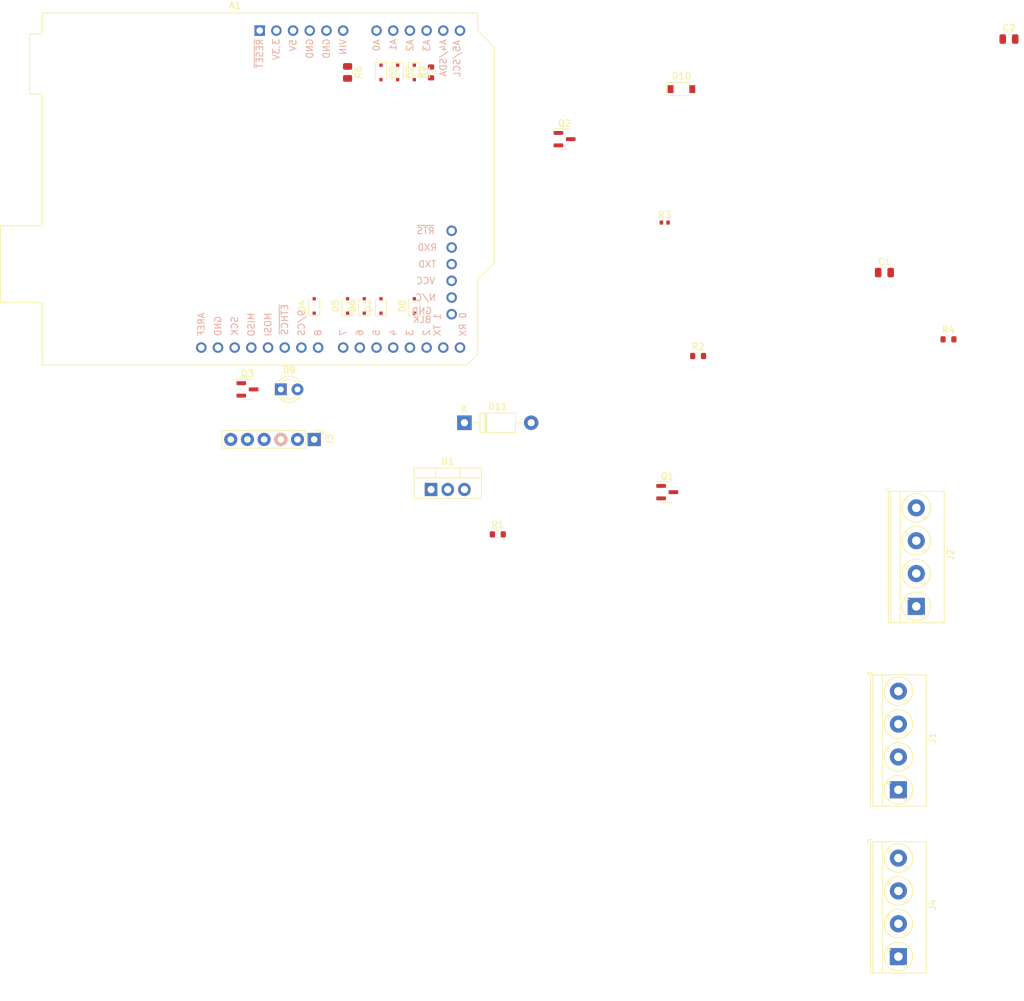
<source format=kicad_pcb>
(kicad_pcb (version 20211014) (generator pcbnew)
  (title_block (title "Energimåling") (date "2022-02-24"))
  (layers (0 "F.Cu" signal) (31 "B.Cu" signal) (34 "B.Paste" user) (35 "F.Paste" user) (36 "B.SilkS" user "B.Silkscreen") (37 "F.SilkS" user "F.Silkscreen") (38 "B.Mask" user) (39 "F.Mask" user) (44 "Edge.Cuts" user))
  (net 0 "")
  (net 3 "Net-(A1-Pad3)")
  (net 4 "GND")
  (net 5 "Net-(A1-Pad6)")
  (net 6 "Net-(A1-Pad7)")
  (net 7 "Net-(A1-Pad8)")
  (net 8 "Net-(A1-Pad9)")
  (net 9 "Net-(A1-Pad10)")
  (net 14 "Net-(A1-Pad15)")
  (net 15 "Net-(A1-Pad16)")
  (net 17 "Net-(A1-Pad18)")
  (net 18 "Net-(A1-Pad19)")
  (net 19 "Net-(A1-Pad20)")
  (net 20 "Net-(A1-Pad21)")
  (net 27 "Net-(A1-Pad30)")
  (net 28 "VCC")
  (net 29 "Net-(A1-Pad32)")
  (net 30 "Net-(A1-Pad34)")
  (net 31 "GND1")
  (net 32 "+24V")
  (net 33 "Net-(D1-Pad2)")
  (net 34 "Net-(D9-Pad1)")
  (net 35 "Net-(D9-Pad2)")
  (net 36 "Net-(D11-Pad2)")
  (net 39 "Net-(Q1-Pad1)")
  (net 40 "Net-(Q1-Pad3)")
  (net 41 "Net-(Q2-Pad1)")
  (net 42 "Net-(Q3-Pad1)")
  (net 43 "Net-(A1-Pad33)")
  (footprint "Package_TO_SOT_THT:TO-220-3_Vertical" (layer "F.Cu") (at 121.92 88.9)
    (fp_text reference "U1" (at 2.54 -4.27) (layer "F.SilkS"))
    (fp_text value "L78S05CV")
    (fp_line (start 0.69 -3.27) (end 0.69 -1.76) (layer "F.SilkS") (width 0.12))
    (fp_line (start -2.58 1.371) (end 7.66 1.371) (layer "F.SilkS") (width 0.12))
    (fp_line (start 4.391 -3.27) (end 4.391 -1.76) (layer "F.SilkS") (width 0.12))
    (fp_line (start -2.58 -1.76) (end 7.66 -1.76) (layer "F.SilkS") (width 0.12))
    (fp_line (start 7.66 -3.27) (end 7.66 1.371) (layer "F.SilkS") (width 0.12))
    (fp_line (start -2.58 -3.27) (end 7.66 -3.27) (layer "F.SilkS") (width 0.12))
    (fp_line (start -2.58 -3.27) (end -2.58 1.371) (layer "F.SilkS") (width 0.12))
    (pad "1" thru_hole rect locked (at 0 0) (size 1.905 2) (drill 1.1) (layers *.Cu *.Mask) (net 32 "+24V"))
    (pad "2" thru_hole oval locked (at 2.54 0) (size 1.905 2) (drill 1.1) (layers *.Cu *.Mask) (net 31 "GND1"))
    (pad "3" thru_hole oval locked (at 5.08 0) (size 1.905 2) (drill 1.1) (layers *.Cu *.Mask) (net 5 "Net-(A1-Pad6)"))
  )
  (footprint "Diode_SMD:D_SOD-323F" (layer "F.Cu") (at 114.3 25.4 -90)
    (fp_text reference "D3" (at 0 -1.85 90) (layer "F.SilkS"))
    (fp_text value "1N4148WS")
    (fp_line (start -1.5 0.85) (end 1.05 0.85) (layer "F.SilkS") (width 0.12))
    (fp_line (start -1.5 -0.85) (end 1.05 -0.85) (layer "F.SilkS") (width 0.12))
    (fp_line (start -1.5 -0.85) (end -1.5 0.85) (layer "F.SilkS") (width 0.12))
    (pad "1" smd rect locked (at -1.1 0 270) (size 0.5 0.5) (layers "F.Cu" "F.Paste" "F.Mask") (net 6 "Net-(A1-Pad7)"))
    (pad "2" smd rect locked (at 1.1 0 270) (size 0.5 0.5) (layers "F.Cu" "F.Paste" "F.Mask") (net 33 "Net-(D1-Pad2)"))
  )
  (footprint "Local_Connectors:PinHeader_1x06_P_0,1in_Vertical" (layer "F.Cu") (at 104.14 81.28 -90)
    (fp_text reference "J3" (at 0 -2.33 90) (layer "F.SilkS"))
    (fp_text value "Conn_01x06_Male")
    (fp_line (start -1.33 -1.33) (end 0 -1.33) (layer "F.SilkS") (width 0.12))
    (fp_line (start -1.33 1.27) (end -1.33 14.03) (layer "F.SilkS") (width 0.12))
    (fp_line (start -1.33 0) (end -1.33 -1.33) (layer "F.SilkS") (width 0.12))
    (fp_line (start -1.33 1.27) (end 1.33 1.27) (layer "F.SilkS") (width 0.12))
    (fp_line (start 1.33 1.27) (end 1.33 14.03) (layer "F.SilkS") (width 0.12))
    (fp_line (start -1.33 14.03) (end 1.33 14.03) (layer "F.SilkS") (width 0.12))
    (pad "1" thru_hole rect (at 0 0 270) (size 2 2) (drill 1) (layers *.Cu *.Mask) (net 4 "GND"))
    (pad "2" thru_hole oval (at 0 2.54 270) (size 2 2) (drill 1) (layers *.Cu *.Mask) (net 27 "Net-(A1-Pad30)"))
    (pad "3" thru_hole oval (at 0 5.08 270) (size 2 2) (drill 1) (layers *.Cu *.Mask "B.SilkS") (net 28 "VCC"))
    (pad "4" thru_hole oval (at 0 7.62 270) (size 2 2) (drill 1) (layers *.Cu *.Mask) (net 29 "Net-(A1-Pad32)"))
    (pad "5" thru_hole oval (at 0 10.16 270) (size 2 2) (drill 1) (layers *.Cu *.Mask) (net 43 "Net-(A1-Pad33)"))
    (pad "6" thru_hole oval (at 0 12.7 270) (size 2 2) (drill 1) (layers *.Cu *.Mask) (net 30 "Net-(A1-Pad34)"))
  )
  (footprint "Diode_SMD:D_SOD-323F" (layer "F.Cu") (at 111.76 60.96 90)
    (fp_text reference "D6" (at 0 -1.85 90) (layer "F.SilkS"))
    (fp_text value "1N4148WS")
    (fp_line (start -1.5 -0.85) (end 1.05 -0.85) (layer "F.SilkS") (width 0.12))
    (fp_line (start -1.5 -0.85) (end -1.5 0.85) (layer "F.SilkS") (width 0.12))
    (fp_line (start -1.5 0.85) (end 1.05 0.85) (layer "F.SilkS") (width 0.12))
    (pad "1" smd rect locked (at -1.1 0 90) (size 0.5 0.5) (layers "F.Cu" "F.Paste" "F.Mask") (net 18 "Net-(A1-Pad19)"))
    (pad "2" smd rect locked (at 1.1 0 90) (size 0.5 0.5) (layers "F.Cu" "F.Paste" "F.Mask") (net 33 "Net-(D1-Pad2)"))
  )
  (footprint "Capacitor_SMD:C_0805_2012Metric" (layer "F.Cu") (at 190.915 55.875)
    (fp_text reference "C1" (at 0 -1.68) (layer "F.SilkS"))
    (fp_text value "330nf")
    (fp_line (start -0.261252 -0.735) (end 0.261252 -0.735) (layer "F.SilkS") (width 0.12))
    (fp_line (start -0.261252 0.735) (end 0.261252 0.735) (layer "F.SilkS") (width 0.12))
    (pad "1" smd roundrect locked (at -0.95 0) (size 1 1.45) (layers "F.Cu" "F.Paste" "F.Mask") (net 5 "Net-(A1-Pad6)"))
    (pad "2" smd roundrect locked (at 0.95 0) (size 1 1.45) (layers "F.Cu" "F.Paste" "F.Mask") (net 31 "GND1"))
  )
  (footprint "Resistor_SMD:R_0603_1608Metric" (layer "F.Cu") (at 200.66 66.04)
    (fp_text reference "R4" (at 0 -1.43) (layer "F.SilkS"))
    (fp_text value "R180K_0.1W")
    (fp_line (start -0.237258 0.5225) (end 0.237258 0.5225) (layer "F.SilkS") (width 0.12))
    (fp_line (start -0.237258 -0.5225) (end 0.237258 -0.5225) (layer "F.SilkS") (width 0.12))
    (pad "1" smd roundrect locked (at -0.825 0) (size 0.8 0.95) (layers "F.Cu" "F.Paste" "F.Mask") (net 40 "Net-(Q1-Pad3)"))
    (pad "2" smd roundrect locked (at 0.825 0) (size 0.8 0.95) (layers "F.Cu" "F.Paste" "F.Mask") (net 41 "Net-(Q2-Pad1)"))
  )
  (footprint "Local_Connectors:TerminalBlock_PT-1,5-4-5.0-H_1x04_P5.00mm_Horizontal-(Frontside-Mount)" (layer "F.Cu") (at 193.04 160.02 90)
    (fp_text reference "J4" (at 7.88 5.21 90) (layer "F.SilkS"))
    (fp_text value "Screw_Terminal_01x04")
    (fp_line (start 5.998 -1.152) (end 6.393 -1.548) (layer "F.SilkS") (width 0.12))
    (fp_line (start -2.5 4.25) (end -2.5 -4.25) (layer "F.SilkS") (width 0.12))
    (fp_line (start 8.123 1.154) (end 8.477 0.826) (layer "F.SilkS") (width 0.12))
    (fp_line (start 3.36 1.48) (end 3.74 1.1) (layer "F.SilkS") (width 0.12))
    (fp_line (start 0.747 -1.434) (end 1.127 -1.814) (layer "F.SilkS") (width 0.12))
    (fp_line (start 17.5 -2.44) (end -2.5 -2.44) (layer "F.SilkS") (width 0.12))
    (fp_line (start -1.62 1.43) (end -1.24 1.05) (layer "F.SilkS") (width 0.12))
    (fp_line (start 17.5 4.25) (end -2.5 4.25) (layer "F.SilkS") (width 0.12))
    (fp_line (start 5.747 -1.434) (end 6.127 -1.814) (layer "F.SilkS") (width 0.12))
    (fp_line (start 10.747 -1.434) (end 11.127 -1.814) (layer "F.SilkS") (width 0.12))
    (fp_line (start 15.81 -1.38) (end 16.19 -1.76) (layer "F.SilkS") (width 0.12))
    (fp_line (start 3.125 1.186) (end 3.52 0.79) (layer "F.SilkS") (width 0.12))
    (fp_line (start 13.49 1.49) (end 13.87 1.11) (layer "F.SilkS") (width 0.12))
    (fp_line (start 17.5 -3.88) (end -2.5 -3.88) (layer "F.SilkS") (width 0.12))
    (fp_line (start 17.84 -4.62) (end 17.44 -4.62) (layer "F.SilkS") (width 0.12))
    (fp_line (start -1.7875 1.148) (end -1.3925 0.752) (layer "F.SilkS") (width 0.12))
    (fp_line (start 10.998 -1.152) (end 11.393 -1.548) (layer "F.SilkS") (width 0.12))
    (fp_line (start 16.1325 -1.132) (end 16.5275 -1.528) (layer "F.SilkS") (width 0.12))
    (fp_line (start 0.998 -1.152) (end 1.393 -1.548) (layer "F.SilkS") (width 0.12))
    (fp_line (start 17.84 -3.98) (end 17.84 -4.62) (layer "F.SilkS") (width 0.12))
    (fp_line (start 17.5 -4.25) (end -2.5 -4.25) (layer "F.SilkS") (width 0.12))
    (fp_line (start 8.45 1.43) (end 8.83 1.05) (layer "F.SilkS") (width 0.12))
    (fp_line (start 17.5 4.25) (end 17.5 -4.25) (layer "F.SilkS") (width 0.12))
    (fp_line (start 13.2525 1.238) (end 13.6475 0.842) (layer "F.SilkS") (width 0.12))
    (fp_circle (center 15 0) (end 17.18 0) (layer "F.SilkS") (width 0.12) (fill none))
    (fp_circle (center 0 0) (end 2.18 0) (layer "F.SilkS") (width 0.12) (fill none))
    (fp_circle (center 5 0) (end 7.18 0) (layer "F.SilkS") (width 0.12) (fill none))
    (fp_circle (center 10 0) (end 12.18 0) (layer "F.SilkS") (width 0.12) (fill none))
    (pad "1" thru_hole rect (at 0 0 90) (size 2.6 2.6) (drill 1.3) (layers *.Cu *.Mask) (net 36 "Net-(D11-Pad2)"))
    (pad "2" thru_hole circle (at 5 0 90) (size 2.6 2.6) (drill 1.3) (layers *.Cu *.Mask) (net 4 "GND"))
    (pad "3" thru_hole circle (at 10 0 90) (size 2.6 2.6) (drill 1.3) (layers *.Cu *.Mask))
    (pad "4" thru_hole circle (at 15 0 90) (size 2.6 2.6) (drill 1.3) (layers *.Cu *.Mask))
  )
  (footprint "Diode_SMD:D_SOD-323F" (layer "F.Cu") (at 109.22 60.96 90)
    (fp_text reference "D5" (at 0 -1.85 90) (layer "F.SilkS"))
    (fp_text value "1N4148WS")
    (fp_line (start -1.5 -0.85) (end -1.5 0.85) (layer "F.SilkS") (width 0.12))
    (fp_line (start -1.5 -0.85) (end 1.05 -0.85) (layer "F.SilkS") (width 0.12))
    (fp_line (start -1.5 0.85) (end 1.05 0.85) (layer "F.SilkS") (width 0.12))
    (pad "1" smd rect locked (at -1.1 0 90) (size 0.5 0.5) (layers "F.Cu" "F.Paste" "F.Mask") (net 19 "Net-(A1-Pad20)"))
    (pad "2" smd rect locked (at 1.1 0 90) (size 0.5 0.5) (layers "F.Cu" "F.Paste" "F.Mask") (net 33 "Net-(D1-Pad2)"))
  )
  (footprint "Package_TO_SOT_SMD:SOT-23" (layer "F.Cu") (at 157.865 89.305)
    (fp_text reference "Q1" (at 0 -2.4) (layer "F.SilkS"))
    (fp_text value "S8550_SOT23")
    (fp_line (start 0 -1.56) (end 0.65 -1.56) (layer "F.SilkS") (width 0.12))
    (fp_line (start 0 1.56) (end 0.65 1.56) (layer "F.SilkS") (width 0.12))
    (fp_line (start 0 1.56) (end -0.65 1.56) (layer "F.SilkS") (width 0.12))
    (fp_line (start 0 -1.56) (end -1.675 -1.56) (layer "F.SilkS") (width 0.12))
    (pad "1" smd roundrect locked (at -0.9375 -0.95) (size 1.475 0.6) (layers "F.Cu" "F.Paste" "F.Mask") (net 39 "Net-(Q1-Pad1)"))
    (pad "2" smd roundrect locked (at -0.9375 0.95) (size 1.475 0.6) (layers "F.Cu" "F.Paste" "F.Mask") (net 3 "Net-(A1-Pad3)"))
    (pad "3" smd roundrect locked (at 0.9375 0) (size 1.475 0.6) (layers "F.Cu" "F.Paste" "F.Mask") (net 40 "Net-(Q1-Pad3)"))
  )
  (footprint "Resistor_SMD:R_0805_2012Metric" (layer "F.Cu") (at 109.22 25.4 -90)
    (fp_text reference "R6" (at 0 -1.65 90) (layer "F.SilkS"))
    (fp_text value "R220_0.125W")
    (fp_line (start -0.227064 0.735) (end 0.227064 0.735) (layer "F.SilkS") (width 0.12))
    (fp_line (start -0.227064 -0.735) (end 0.227064 -0.735) (layer "F.SilkS") (width 0.12))
    (pad "1" smd roundrect locked (at -0.9125 0 270) (size 1.025 1.4) (layers "F.Cu" "F.Paste" "F.Mask") (roundrect_rratio 0.243902) (net 5 "Net-(A1-Pad6)"))
    (pad "2" smd roundrect locked (at 0.9125 0 270) (size 1.025 1.4) (layers "F.Cu" "F.Paste" "F.Mask") (roundrect_rratio 0.243902) (net 35 "Net-(D9-Pad2)"))
  )
  (footprint "Diode_THT:D_DO-41_SOD81_P10.16mm_Horizontal" (layer "F.Cu") (at 127 78.74)
    (fp_text reference "D11" (at 5.08 -2.47) (layer "F.SilkS"))
    (fp_text value "1N4004")
    (fp_text user "K" (at 0 -2.1) (layer "F.SilkS"))
    (fp_line (start 7.8 1.47) (end 7.8 -1.47) (layer "F.SilkS") (width 0.12))
    (fp_line (start 7.8 -1.47) (end 2.36 -1.47) (layer "F.SilkS") (width 0.12))
    (fp_line (start 3.38 -1.47) (end 3.38 1.47) (layer "F.SilkS") (width 0.12))
    (fp_line (start 2.36 -1.47) (end 2.36 1.47) (layer "F.SilkS") (width 0.12))
    (fp_line (start 3.26 -1.47) (end 3.26 1.47) (layer "F.SilkS") (width 0.12))
    (fp_line (start 8.82 0) (end 7.8 0) (layer "F.SilkS") (width 0.12))
    (fp_line (start 2.36 1.47) (end 7.8 1.47) (layer "F.SilkS") (width 0.12))
    (fp_line (start 3.14 -1.47) (end 3.14 1.47) (layer "F.SilkS") (width 0.12))
    (fp_line (start 1.34 0) (end 2.36 0) (layer "F.SilkS") (width 0.12))
    (pad "1" thru_hole rect locked (at 0 0) (size 2.2 2.2) (drill 1.1) (layers *.Cu *.Mask) (net 32 "+24V"))
    (pad "2" thru_hole oval locked (at 10.16 0) (size 2.2 2.2) (drill 1.1) (layers *.Cu *.Mask) (net 36 "Net-(D11-Pad2)"))
  )
  (footprint "Diode_SMD:D_SOD-323F" (layer "F.Cu") (at 114.3 60.96 90)
    (fp_text reference "D7" (at 0 -1.85 90) (layer "F.SilkS"))
    (fp_text value "1N4148WS")
    (fp_line (start -1.5 -0.85) (end -1.5 0.85) (layer "F.SilkS") (width 0.12))
    (fp_line (start -1.5 0.85) (end 1.05 0.85) (layer "F.SilkS") (width 0.12))
    (fp_line (start -1.5 -0.85) (end 1.05 -0.85) (layer "F.SilkS") (width 0.12))
    (pad "1" smd rect locked (at -1.1 0 90) (size 0.5 0.5) (layers "F.Cu" "F.Paste" "F.Mask") (net 17 "Net-(A1-Pad18)"))
    (pad "2" smd rect locked (at 1.1 0 90) (size 0.5 0.5) (layers "F.Cu" "F.Paste" "F.Mask") (net 33 "Net-(D1-Pad2)"))
  )
  (footprint "Local_MCU_Module_Library:Arduino_Ethernet_WithMountingHoles" (layer "F.Cu") (at 95.845 19.0325)
    (fp_text reference "A1" (at -3.77 -3.81 180) (layer "F.SilkS"))
    (fp_text value "Arduino_Ethernet")
    (fp_text user "A3" (at 25.4 2.25 90 unlocked) (layer "B.SilkS") (effects (justify mirror)))
    (fp_text user "9/CS" (at 6.35 44.5 90 unlocked) (layer "B.SilkS") (effects (justify mirror)))
    (fp_text user "4" (at 20.32 46 90 unlocked) (layer "B.SilkS") (effects (justify mirror)))
    (fp_text user "3" (at 22.86 46 90 unlocked) (layer "B.SilkS") (effects (justify mirror)))
    (fp_text user "A5/SCL" (at 30 4.25 90 unlocked) (layer "B.SilkS") (effects (justify mirror)))
    (fp_text user "N/C" (at 25.25 40.64 unlocked) (layer "B.SilkS") (effects (justify mirror)))
    (fp_text user "5V" (at 5.08 2.25 90 unlocked) (layer "B.SilkS") (effects (justify mirror)))
    (fp_text user "GND " (at 24.3 42.7 unlocked) (layer "B.SilkS") (effects (justify mirror)))
    (fp_text user "8" (at 8.89 46 90 unlocked) (layer "B.SilkS") (effects (justify mirror)))
    (fp_text user "0 RX" (at 30.92 44.72 90 unlocked) (layer "B.SilkS") (effects (justify mirror)))
    (fp_text user "1 TX" (at 27.04 44.78 90 unlocked) (layer "B.SilkS") (effects (justify mirror)))
    (fp_text user "6" (at 15.24 46 90 unlocked) (layer "B.SilkS") (effects (justify mirror)))
    (fp_text user "MOSI" (at 1.27 44.75 90 unlocked) (layer "B.SilkS") (effects (justify mirror)))
    (fp_text user "VIN" (at 12.7 2.5 90 unlocked) (layer "B.SilkS") (effects (justify mirror)))
    (fp_text user "5" (at 17.78 46 90 unlocked) (layer "B.SilkS") (effects (justify mirror)))
    (fp_text user "A0" (at 17.78 2.23 90 unlocked) (layer "B.SilkS") (effects (justify mirror)))
    (fp_text user "SCK" (at -3.81 45 90 unlocked) (layer "B.SilkS") (effects (justify mirror)))
    (fp_text user "~{RTS}" (at 25.25 30.48 unlocked) (layer "B.SilkS") (effects (justify mirror)))
    (fp_text user "~{ETHCS}" (at 3.81 44 90 unlocked) (layer "B.SilkS") (effects (justify mirror)))
    (fp_text user "GND" (at 7.62 2.75 90 unlocked) (layer "B.SilkS") (effects (justify mirror)))
    (fp_text user "AREF" (at -8.89 44.75 90 unlocked) (layer "B.SilkS") (effects (justify mirror)))
    (fp_text user "~{RESET}" (at 0 3.5 90 unlocked) (layer "B.SilkS") (effects (justify mirror)))
    (fp_text user "3,3V" (at 2.51 2.86 90 unlocked) (layer "B.SilkS") (effects (justify mirror)))
    (fp_text user "MISO" (at -1.27 44.75 90 unlocked) (layer "B.SilkS") (effects (justify mirror)))
    (fp_text user "TXD" (at 25.5 35.56 unlocked) (layer "B.SilkS") (effects (justify mirror)))
    (fp_text user "2" (at 25.4 46 90 unlocked) (layer "B.SilkS") (effects (justify mirror)))
    (fp_text user "VCC" (at 25.25 38.1 unlocked) (layer "B.SilkS") (effects (justify mirror)))
    (fp_text user "RXD" (at 25.5 33.02 unlocked) (layer "B.SilkS") (effects (justify mirror)))
    (fp_text user "GND" (at -6.35 45 90 unlocked) (layer "B.SilkS") (effects (justify mirror)))
    (fp_text user "A1" (at 20.32 2.18 90 unlocked) (layer "B.SilkS") (effects (justify mirror)))
    (fp_text user "A4/SDA" (at 27.94 4.15 90 unlocked) (layer "B.SilkS") (effects (justify mirror)))
    (fp_text user "BLK" (at 24.7 44 unlocked) (layer "B.SilkS") (effects (justify mirror)))
    (fp_text user "7" (at 12.7 46 90 unlocked) (layer "B.SilkS") (effects (justify mirror)))
    (fp_text user "GND" (at 10.16 2.75 90 unlocked) (layer "B.SilkS") (effects (justify mirror)))
    (fp_text user "A2" (at 22.86 2.25 90 unlocked) (layer "B.SilkS") (effects (justify mirror)))
    (fp_line (start -35.01 9.65) (end -33.11 9.65) (layer "F.SilkS") (width 0.12))
    (fp_line (start -33.11 0.51) (end -35.01 0.51) (layer "F.SilkS") (width 0.12))
    (fp_line (start -39.46 29.72) (end -39.46 41.4) (layer "F.SilkS") (width 0.12))
    (fp_line (start 33.19 49.28) (end 33.19 37.85) (layer "F.SilkS") (width 0.12))
    (fp_line (start 31.54 50.93) (end 33.19 49.28) (layer "F.SilkS") (width 0.12))
    (fp_line (start -35.01 0.51) (end -35.01 9.65) (layer "F.SilkS") (width 0.12))
    (fp_line (start -33.11 50.93) (end 31.54 50.93) (layer "F.SilkS") (width 0.12))
    (fp_line (start -39.46 41.4) (end -33.11 41.4) (layer "F.SilkS") (width 0.12))
    (fp_line (start -33.11 -2.67) (end -33.11 0.51) (layer "F.SilkS") (width 0.12))
    (fp_line (start -33.11 41.4) (end -33.11 50.93) (layer "F.SilkS") (width 0.12))
    (fp_line (start -33.11 9.65) (end -33.11 29.72) (layer "F.SilkS") (width 0.12))
    (fp_line (start 33.19 0) (end 33.19 -2.67) (layer "F.SilkS") (width 0.12))
    (fp_line (start 35.73 35.31) (end 35.73 2.54) (layer "F.SilkS") (width 0.12))
    (fp_line (start 35.73 2.54) (end 33.19 0) (layer "F.SilkS") (width 0.12))
    (fp_line (start -33.11 29.72) (end -39.46 29.72) (layer "F.SilkS") (width 0.12))
    (fp_line (start 33.19 37.85) (end 35.73 35.31) (layer "F.SilkS") (width 0.12))
    (fp_line (start 33.19 -2.67) (end -33.11 -2.67) (layer "F.SilkS") (width 0.12))
    (pad "" np_thru_hole circle (at -19.05 0 90) (size 3.2 3.2) (drill 3.2) (layers F&B.Cu *.Mask))
    (pad "" np_thru_hole circle (at 33.02 33.02 90) (size 3.2 3.2) (drill 3.2) (layers F&B.Cu *.Mask))
    (pad "" np_thru_hole circle (at -17.78 48.26 90) (size 3.2 3.2) (drill 3.2) (layers F&B.Cu *.Mask))
    (pad "" np_thru_hole circle (at 33.02 5.08 90) (size 3.2 3.2) (drill 3.2) (layers F&B.Cu *.Mask))
    (pad "1" thru_hole rect (at 0 0 90) (size 1.6 1.6) (drill 1) (layers *.Cu *.Mask))
    (pad "2" thru_hole oval (at 2.54 0 90) (size 1.6 1.6) (drill 1) (layers *.Cu *.Mask))
    (pad "3" thru_hole oval (at 5.08 0 90) (size 1.6 1.6) (drill 1) (layers *.Cu *.Mask) (net 3 "Net-(A1-Pad3)"))
    (pad "4" thru_hole oval (at 7.62 0 90) (size 1.6 1.6) (drill 1) (layers *.Cu *.Mask) (net 4 "GND"))
    (pad "5" thru_hole oval (at 10.16 0 90) (size 1.6 1.6) (drill 1) (layers *.Cu *.Mask) (net 4 "GND"))
    (pad "6" thru_hole oval (at 12.7 0 90) (size 1.6 1.6) (drill 1) (layers *.Cu *.Mask) (net 5 "Net-(A1-Pad6)"))
    (pad "7" thru_hole oval (at 17.78 0 90) (size 1.6 1.6) (drill 1) (layers *.Cu *.Mask) (net 6 "Net-(A1-Pad7)"))
    (pad "8" thru_hole oval (at 20.32 0 90) (size 1.6 1.6) (drill 1) (layers *.Cu *.Mask) (net 7 "Net-(A1-Pad8)"))
    (pad "9" thru_hole oval (at 22.86 0 90) (size 1.6 1.6) (drill 1) (layers *.Cu *.Mask) (net 8 "Net-(A1-Pad9)"))
    (pad "10" thru_hole oval (at 25.4 0 90) (size 1.6 1.6) (drill 1) (layers *.Cu *.Mask) (net 9 "Net-(A1-Pad10)"))
    (pad "11" thru_hole oval (at 27.94 0 90) (size 1.6 1.6) (drill 1) (layers *.Cu *.Mask))
    (pad "12" thru_hole oval (at 30.48 0 90) (size 1.6 1.6) (drill 1) (layers *.Cu *.Mask))
    (pad "13" thru_hole oval (at 30.48 48.26 90) (size 1.6 1.6) (drill 1) (layers *.Cu *.Mask))
    (pad "14" thru_hole oval (at 27.94 48.26 90) (size 1.6 1.6) (drill 1) (layers *.Cu *.Mask))
    (pad "15" thru_hole oval (at 25.4 48.26 90) (size 1.6 1.6) (drill 1) (layers *.Cu *.Mask) (net 14 "Net-(A1-Pad15)"))
    (pad "16" thru_hole oval (at 22.86 48.26 90) (size 1.6 1.6) (drill 1) (layers *.Cu *.Mask) (net 15 "Net-(A1-Pad16)"))
    (pad "17" thru_hole oval (at 20.32 48.26 90) (size 1.6 1.6) (drill 1) (layers *.Cu *.Mask))
    (pad "18" thru_hole oval (at 17.78 48.26 90) (size 1.6 1.6) (drill 1) (layers *.Cu *.Mask) (net 17 "Net-(A1-Pad18)"))
    (pad "19" thru_hole oval (at 15.24 48.26 90) (size 1.6 1.6) (drill 1) (layers *.Cu *.Mask) (net 18 "Net-(A1-Pad19)"))
    (pad "20" thru_hole oval (at 12.7 48.26 90) (size 1.6 1.6) (drill 1) (layers *.Cu *.Mask) (net 19 "Net-(A1-Pad20)"))
    (pad "21" thru_hole oval (at 8.89 48.26 90) (size 1.6 1.6) (drill 1) (layers *.Cu *.Mask) (net 20 "Net-(A1-Pad21)"))
    (pad "22" thru_hole oval (at 6.35 48.26 90) (size 1.6 1.6) (drill 1) (layers *.Cu *.Mask))
    (pad "23" thru_hole oval (at 3.81 48.26 90) (size 1.6 1.6) (drill 1) (layers *.Cu *.Mask))
    (pad "24" thru_hole oval (at 1.27 48.26 90) (size 1.6 1.6) (drill 1) (layers *.Cu *.Mask))
    (pad "25" thru_hole oval (at -1.27 48.26 90) (size 1.6 1.6) (drill 1) (layers *.Cu *.Mask))
    (pad "26" thru_hole oval (at -3.81 48.26 90) (size 1.6 1.6) (drill 1) (layers *.Cu *.Mask))
    (pad "27" thru_hole oval (at -6.35 48.26 90) (size 1.6 1.6) (drill 1) (layers *.Cu *.Mask) (net 4 "GND"))
    (pad "28" thru_hole oval (at -8.89 48.26 90) (size 1.6 1.6) (drill 1) (layers *.Cu *.Mask))
    (pad "29" thru_hole oval (at 29.21 43.18 90) (size 1.6 1.6) (drill 1) (layers *.Cu *.Mask) (net 4 "GND"))
    (pad "30" thru_hole oval (at 29.21 40.64 90) (size 1.6 1.6) (drill 1) (layers *.Cu *.Mask) (net 27 "Net-(A1-Pad30)"))
    (pad "31" thru_hole oval (at 29.21 38.1 90) (size 1.6 1.6) (drill 1) (layers *.Cu *.Mask) (net 28 "VCC"))
    (pad "32" thru_hole oval (at 29.21 35.56 90) (size 1.6 1.6) (drill 1) (layers *.Cu *.Mask) (net 29 "Net-(A1-Pad32)"))
    (pad "34" thru_hole oval (at 29.21 33.02 90) (size 1.6 1.6) (drill 1) (layers *.Cu *.Mask) (net 30 "Net-(A1-Pad34)"))
    (pad "35" thru_hole oval (at 29.21 30.48 90) (size 1.6 1.6) (drill 1) (layers *.Cu *.Mask))
  )
  (footprint "Resistor_SMD:R_0603_1608Metric" (layer "F.Cu") (at 132.08 95.735)
    (fp_text reference "R1" (at 0 -1.43) (layer "F.SilkS"))
    (fp_text value "R10K_0.0625W")
    (fp_line (start -0.237258 -0.5225) (end 0.237258 -0.5225) (layer "F.SilkS") (width 0.12))
    (fp_line (start -0.237258 0.5225) (end 0.237258 0.5225) (layer "F.SilkS") (width 0.12))
    (pad "1" smd roundrect locked (at -0.825 0) (size 0.8 0.95) (layers "F.Cu" "F.Paste" "F.Mask") (net 33 "Net-(D1-Pad2)"))
    (pad "2" smd roundrect locked (at 0.825 0) (size 0.8 0.95) (layers "F.Cu" "F.Paste" "F.Mask") (net 3 "Net-(A1-Pad3)"))
  )
  (footprint "Package_TO_SOT_SMD:SOT-23" (layer "F.Cu") (at 142.24 35.56)
    (fp_text reference "Q2" (at 0 -2.4) (layer "F.SilkS"))
    (fp_text value "S8050_SOT23")
    (fp_line (start 0 1.56) (end 0.65 1.56) (layer "F.SilkS") (width 0.12))
    (fp_line (start 0 -1.56) (end 0.65 -1.56) (layer "F.SilkS") (width 0.12))
    (fp_line (start 0 1.56) (end -0.65 1.56) (layer "F.SilkS") (width 0.12))
    (fp_line (start 0 -1.56) (end -1.675 -1.56) (layer "F.SilkS") (width 0.12))
    (pad "1" smd roundrect locked (at -0.9375 -0.95) (size 1.475 0.6) (layers "F.Cu" "F.Paste" "F.Mask") (net 41 "Net-(Q2-Pad1)"))
    (pad "2" smd roundrect locked (at -0.9375 0.95) (size 1.475 0.6) (layers "F.Cu" "F.Paste" "F.Mask") (net 4 "GND"))
    (pad "3" smd roundrect locked (at 0.9375 0) (size 1.475 0.6) (layers "F.Cu" "F.Paste" "F.Mask") (net 14 "Net-(A1-Pad15)"))
  )
  (footprint "Diode_SMD:D_SOD-323F" (layer "F.Cu") (at 119.38 25.4 -90)
    (fp_text reference "D1" (at 0 -1.85 90) (layer "F.SilkS"))
    (fp_text value "1N4148WS")
    (fp_line (start -1.5 -0.85) (end 1.05 -0.85) (layer "F.SilkS") (width 0.12))
    (fp_line (start -1.5 -0.85) (end -1.5 0.85) (layer "F.SilkS") (width 0.12))
    (fp_line (start -1.5 0.85) (end 1.05 0.85) (layer "F.SilkS") (width 0.12))
    (pad "1" smd rect locked (at -1.1 0 270) (size 0.5 0.5) (layers "F.Cu" "F.Paste" "F.Mask") (net 8 "Net-(A1-Pad9)"))
    (pad "2" smd rect locked (at 1.1 0 270) (size 0.5 0.5) (layers "F.Cu" "F.Paste" "F.Mask") (net 33 "Net-(D1-Pad2)"))
  )
  (footprint "Diode_SMD:D_SOD-323F" (layer "F.Cu") (at 104.14 60.96 90)
    (fp_text reference "D4" (at 0 -1.85 90) (layer "F.SilkS"))
    (fp_text value "1N4148WS")
    (fp_line (start -1.5 0.85) (end 1.05 0.85) (layer "F.SilkS") (width 0.12))
    (fp_line (start -1.5 -0.85) (end 1.05 -0.85) (layer "F.SilkS") (width 0.12))
    (fp_line (start -1.5 -0.85) (end -1.5 0.85) (layer "F.SilkS") (width 0.12))
    (pad "1" smd rect locked (at -1.1 0 90) (size 0.5 0.5) (layers "F.Cu" "F.Paste" "F.Mask") (net 20 "Net-(A1-Pad21)"))
    (pad "2" smd rect locked (at 1.1 0 90) (size 0.5 0.5) (layers "F.Cu" "F.Paste" "F.Mask") (net 33 "Net-(D1-Pad2)"))
  )
  (footprint "Resistor_SMD:R_0402_1005Metric" (layer "F.Cu") (at 157.48 48.26)
    (fp_text reference "R3" (at 0 -1.17) (layer "F.SilkS"))
    (fp_text value "R39K_0.0625W")
    (fp_line (start -0.153641 0.38) (end 0.153641 0.38) (layer "F.SilkS") (width 0.12))
    (fp_line (start -0.153641 -0.38) (end 0.153641 -0.38) (layer "F.SilkS") (width 0.12))
    (pad "1" smd roundrect locked (at -0.51 0) (size 0.54 0.64) (layers "F.Cu" "F.Paste" "F.Mask") (net 41 "Net-(Q2-Pad1)"))
    (pad "2" smd roundrect locked (at 0.51 0) (size 0.54 0.64) (layers "F.Cu" "F.Paste" "F.Mask") (net 4 "GND"))
  )
  (footprint "Local_Connectors:TerminalBlock_PT-1,5-4-5.0-H_1x04_P5.00mm_Horizontal-(Frontside-Mount)" (layer "F.Cu") (at 195.765 106.6975 90)
    (fp_text reference "J2" (at 7.88 5.21 90) (layer "F.SilkS"))
    (fp_text value "Screw_Terminal_01x04")
    (fp_line (start 3.36 1.48) (end 3.74 1.1) (layer "F.SilkS") (width 0.12))
    (fp_line (start 15.81 -1.38) (end 16.19 -1.76) (layer "F.SilkS") (width 0.12))
    (fp_line (start 3.125 1.186) (end 3.52 0.79) (layer "F.SilkS") (width 0.12))
    (fp_line (start 0.998 -1.152) (end 1.393 -1.548) (layer "F.SilkS") (width 0.12))
    (fp_line (start 17.5 -2.44) (end -2.5 -2.44) (layer "F.SilkS") (width 0.12))
    (fp_line (start 13.2525 1.238) (end 13.6475 0.842) (layer "F.SilkS") (width 0.12))
    (fp_line (start -1.7875 1.148) (end -1.3925 0.752) (layer "F.SilkS") (width 0.12))
    (fp_line (start 17.5 4.25) (end -2.5 4.25) (layer "F.SilkS") (width 0.12))
    (fp_line (start 10.747 -1.434) (end 11.127 -1.814) (layer "F.SilkS") (width 0.12))
    (fp_line (start 17.84 -3.98) (end 17.84 -4.62) (layer "F.SilkS") (width 0.12))
    (fp_line (start 17.5 -3.88) (end -2.5 -3.88) (layer "F.SilkS") (width 0.12))
    (fp_line (start 17.84 -4.62) (end 17.44 -4.62) (layer "F.SilkS") (width 0.12))
    (fp_line (start 5.998 -1.152) (end 6.393 -1.548) (layer "F.SilkS") (width 0.12))
    (fp_line (start 17.5 4.25) (end 17.5 -4.25) (layer "F.SilkS") (width 0.12))
    (fp_line (start 5.747 -1.434) (end 6.127 -1.814) (layer "F.SilkS") (width 0.12))
    (fp_line (start -2.5 4.25) (end -2.5 -4.25) (layer "F.SilkS") (width 0.12))
    (fp_line (start 17.5 -4.25) (end -2.5 -4.25) (layer "F.SilkS") (width 0.12))
    (fp_line (start 10.998 -1.152) (end 11.393 -1.548) (layer "F.SilkS") (width 0.12))
    (fp_line (start -1.62 1.43) (end -1.24 1.05) (layer "F.SilkS") (width 0.12))
    (fp_line (start 16.1325 -1.132) (end 16.5275 -1.528) (layer "F.SilkS") (width 0.12))
    (fp_line (start 0.747 -1.434) (end 1.127 -1.814) (layer "F.SilkS") (width 0.12))
    (fp_line (start 13.49 1.49) (end 13.87 1.11) (layer "F.SilkS") (width 0.12))
    (fp_line (start 8.123 1.154) (end 8.477 0.826) (layer "F.SilkS") (width 0.12))
    (fp_line (start 8.45 1.43) (end 8.83 1.05) (layer "F.SilkS") (width 0.12))
    (fp_circle (center 10 0) (end 12.18 0) (layer "F.SilkS") (width 0.12) (fill none))
    (fp_circle (center 0 0) (end 2.18 0) (layer "F.SilkS") (width 0.12) (fill none))
    (fp_circle (center 15 0) (end 17.18 0) (layer "F.SilkS") (width 0.12) (fill none))
    (fp_circle (center 5 0) (end 7.18 0) (layer "F.SilkS") (width 0.12) (fill none))
    (pad "1" thru_hole rect (at 0 0 90) (size 2.6 2.6) (drill 1.3) (layers *.Cu *.Mask) (net 20 "Net-(A1-Pad21)"))
    (pad "2" thru_hole circle (at 5 0 90) (size 2.6 2.6) (drill 1.3) (layers *.Cu *.Mask) (net 6 "Net-(A1-Pad7)"))
    (pad "3" thru_hole circle (at 10 0 90) (size 2.6 2.6) (drill 1.3) (layers *.Cu *.Mask) (net 7 "Net-(A1-Pad8)"))
    (pad "4" thru_hole circle (at 15 0 90) (size 2.6 2.6) (drill 1.3) (layers *.Cu *.Mask) (net 8 "Net-(A1-Pad9)"))
  )
  (footprint "Capacitor_SMD:C_0805_2012Metric" (layer "F.Cu") (at 209.87 20.32)
    (fp_text reference "C2" (at 0 -1.68) (layer "F.SilkS"))
    (fp_text value "100nf")
    (fp_line (start -0.261252 0.735) (end 0.261252 0.735) (layer "F.SilkS") (width 0.12))
    (fp_line (start -0.261252 -0.735) (end 0.261252 -0.735) (layer "F.SilkS") (width 0.12))
    (pad "1" smd roundrect locked (at -0.95 0) (size 1 1.45) (layers "F.Cu" "F.Paste" "F.Mask") (net 32 "+24V"))
    (pad "2" smd roundrect locked (at 0.95 0) (size 1 1.45) (layers "F.Cu" "F.Paste" "F.Mask") (net 31 "GND1"))
  )
  (footprint "Diode_SMD:D_SOD-323F" (layer "F.Cu") (at 116.84 25.4 -90)
    (fp_text reference "D2" (at 0 -1.85 90) (layer "F.SilkS"))
    (fp_text value "1N4148WS")
    (fp_line (start -1.5 -0.85) (end 1.05 -0.85) (layer "F.SilkS") (width 0.12))
    (fp_line (start -1.5 -0.85) (end -1.5 0.85) (layer "F.SilkS") (width 0.12))
    (fp_line (start -1.5 0.85) (end 1.05 0.85) (layer "F.SilkS") (width 0.12))
    (pad "1" smd rect locked (at -1.1 0 270) (size 0.5 0.5) (layers "F.Cu" "F.Paste" "F.Mask") (net 7 "Net-(A1-Pad8)"))
    (pad "2" smd rect locked (at 1.1 0 270) (size 0.5 0.5) (layers "F.Cu" "F.Paste" "F.Mask") (net 33 "Net-(D1-Pad2)"))
  )
  (footprint "Local_Connectors:TerminalBlock_PT-1,5-4-5.0-H_1x04_P5.00mm_Horizontal-(Frontside-Mount)" (layer "F.Cu") (at 193.04 134.62 90)
    (fp_text reference "J1" (at 7.88 5.21 90) (layer "F.SilkS"))
    (fp_text value "Screw_Terminal_01x04")
    (fp_line (start 3.36 1.48) (end 3.74 1.1) (layer "F.SilkS") (width 0.12))
    (fp_line (start 17.84 -3.98) (end 17.84 -4.62) (layer "F.SilkS") (width 0.12))
    (fp_line (start 13.2525 1.238) (end 13.6475 0.842) (layer "F.SilkS") (width 0.12))
    (fp_line (start 17.5 4.25) (end 17.5 -4.25) (layer "F.SilkS") (width 0.12))
    (fp_line (start 17.5 4.25) (end -2.5 4.25) (layer "F.SilkS") (width 0.12))
    (fp_line (start 15.81 -1.38) (end 16.19 -1.76) (layer "F.SilkS") (width 0.12))
    (fp_line (start -2.5 4.25) (end -2.5 -4.25) (layer "F.SilkS") (width 0.12))
    (fp_line (start 17.5 -2.44) (end -2.5 -2.44) (layer "F.SilkS") (width 0.12))
    (fp_line (start 3.125 1.186) (end 3.52 0.79) (layer "F.SilkS") (width 0.12))
    (fp_line (start 10.747 -1.434) (end 11.127 -1.814) (layer "F.SilkS") (width 0.12))
    (fp_line (start 17.5 -4.25) (end -2.5 -4.25) (layer "F.SilkS") (width 0.12))
    (fp_line (start 17.84 -4.62) (end 17.44 -4.62) (layer "F.SilkS") (width 0.12))
    (fp_line (start 5.998 -1.152) (end 6.393 -1.548) (layer "F.SilkS") (width 0.12))
    (fp_line (start -1.7875 1.148) (end -1.3925 0.752) (layer "F.SilkS") (width 0.12))
    (fp_line (start 17.5 -3.88) (end -2.5 -3.88) (layer "F.SilkS") (width 0.12))
    (fp_line (start 10.998 -1.152) (end 11.393 -1.548) (layer "F.SilkS") (width 0.12))
    (fp_line (start 5.747 -1.434) (end 6.127 -1.814) (layer "F.SilkS") (width 0.12))
    (fp_line (start 8.123 1.154) (end 8.477 0.826) (layer "F.SilkS") (width 0.12))
    (fp_line (start 0.998 -1.152) (end 1.393 -1.548) (layer "F.SilkS") (width 0.12))
    (fp_line (start 16.1325 -1.132) (end 16.5275 -1.528) (layer "F.SilkS") (width 0.12))
    (fp_line (start -1.62 1.43) (end -1.24 1.05) (layer "F.SilkS") (width 0.12))
    (fp_line (start 13.49 1.49) (end 13.87 1.11) (layer "F.SilkS") (width 0.12))
    (fp_line (start 8.45 1.43) (end 8.83 1.05) (layer "F.SilkS") (width 0.12))
    (fp_line (start 0.747 -1.434) (end 1.127 -1.814) (layer "F.SilkS") (width 0.12))
    (fp_circle (center 10 0) (end 12.18 0) (layer "F.SilkS") (width 0.12) (fill none))
    (fp_circle (center 15 0) (end 17.18 0) (layer "F.SilkS") (width 0.12) (fill none))
    (fp_circle (center 5 0) (end 7.18 0) (layer "F.SilkS") (width 0.12) (fill none))
    (fp_circle (center 0 0) (end 2.18 0) (layer "F.SilkS") (width 0.12) (fill none))
    (pad "1" thru_hole rect (at 0 0 90) (size 2.6 2.6) (drill 1.3) (layers *.Cu *.Mask) (net 15 "Net-(A1-Pad16)"))
    (pad "2" thru_hole circle (at 5 0 90) (size 2.6 2.6) (drill 1.3) (layers *.Cu *.Mask) (net 17 "Net-(A1-Pad18)"))
    (pad "3" thru_hole circle (at 10 0 90) (size 2.6 2.6) (drill 1.3) (layers *.Cu *.Mask) (net 18 "Net-(A1-Pad19)"))
    (pad "4" thru_hole circle (at 15 0 90) (size 2.6 2.6) (drill 1.3) (layers *.Cu *.Mask) (net 19 "Net-(A1-Pad20)"))
  )
  (footprint "Resistor_SMD:R_0603_1608Metric" (layer "F.Cu") (at 121.92 25.4 90)
    (fp_text reference "R5" (at 0 -1.43 90) (layer "F.SilkS"))
    (fp_text value "R180K_0.1W")
    (fp_line (start -0.237258 0.5225) (end 0.237258 0.5225) (layer "F.SilkS") (width 0.12))
    (fp_line (start -0.237258 -0.5225) (end 0.237258 -0.5225) (layer "F.SilkS") (width 0.12))
    (pad "1" smd roundrect locked (at -0.825 0 90) (size 0.8 0.95) (layers "F.Cu" "F.Paste" "F.Mask") (net 9 "Net-(A1-Pad10)"))
    (pad "2" smd roundrect locked (at 0.825 0 90) (size 0.8 0.95) (layers "F.Cu" "F.Paste" "F.Mask") (net 42 "Net-(Q3-Pad1)"))
  )
  (footprint "Diode_SMD:D_SOD-123" (layer "F.Cu") (at 160.02 27.94)
    (fp_text reference "D10" (at 0 -2) (layer "F.SilkS"))
    (fp_text value "BZT52C2V7S")
    (fp_line (start -2.25 1) (end 1.65 1) (layer "F.SilkS") (width 0.12))
    (fp_line (start -2.25 -1) (end 1.65 -1) (layer "F.SilkS") (width 0.12))
    (fp_line (start -2.25 -1) (end -2.25 1) (layer "F.SilkS") (width 0.12))
    (pad "1" smd rect locked (at -1.65 0) (size 0.9 1.2) (layers "F.Cu" "F.Paste" "F.Mask") (net 31 "GND1"))
    (pad "2" smd rect locked (at 1.65 0) (size 0.9 1.2) (layers "F.Cu" "F.Paste" "F.Mask") (net 4 "GND"))
  )
  (footprint "LED_THT:LED_D3.0mm" (layer "F.Cu") (at 99.06 73.66)
    (fp_text reference "D9" (at 1.27 -2.96) (layer "F.SilkS"))
    (fp_text value "LED")
    (fp_line (start -0.29 1.08) (end -0.29 1.236) (layer "F.SilkS") (width 0.12))
    (fp_line (start -0.29 -1.236) (end -0.29 -1.08) (layer "F.SilkS") (width 0.12))
    (fp_arc (start 2.942335 1.078608) (mid 1.366487 1.987659) (end -0.29 1.235516) (layer "F.SilkS") (width 0.12))
    (fp_arc (start 0.229039 -1.08) (mid 1.270117 -1.5) (end 2.31113 -1.079837) (layer "F.SilkS") (width 0.12))
    (fp_arc (start -0.29 -1.235516) (mid 1.366487 -1.987659) (end 2.942335 -1.078608) (layer "F.SilkS") (width 0.12))
    (fp_arc (start 2.31113 1.079837) (mid 1.270117 1.5) (end 0.229039 1.08) (layer "F.SilkS") (width 0.12))
    (pad "1" thru_hole rect locked (at 0 0) (size 1.8 1.8) (drill 0.9) (layers *.Cu *.Mask) (net 34 "Net-(D9-Pad1)"))
    (pad "2" thru_hole circle locked (at 2.54 0) (size 1.8 1.8) (drill 0.9) (layers *.Cu *.Mask) (net 35 "Net-(D9-Pad2)"))
  )
  (footprint "Resistor_SMD:R_0603_1608Metric" (layer "F.Cu") (at 162.56 68.58)
    (fp_text reference "R2" (at 0 -1.43) (layer "F.SilkS"))
    (fp_text value "R680K_0.1W")
    (fp_line (start -0.237258 0.5225) (end 0.237258 0.5225) (layer "F.SilkS") (width 0.12))
    (fp_line (start -0.237258 -0.5225) (end 0.237258 -0.5225) (layer "F.SilkS") (width 0.12))
    (pad "1" smd roundrect locked (at -0.825 0) (size 0.8 0.95) (layers "F.Cu" "F.Paste" "F.Mask") (net 33 "Net-(D1-Pad2)"))
    (pad "2" smd roundrect locked (at 0.825 0) (size 0.8 0.95) (layers "F.Cu" "F.Paste" "F.Mask") (net 39 "Net-(Q1-Pad1)"))
  )
  (footprint "Package_TO_SOT_SMD:SOT-23" (layer "F.Cu") (at 93.98 73.66)
    (fp_text reference "Q3" (at 0 -2.4) (layer "F.SilkS"))
    (fp_text value "S8050_SOT23")
    (fp_line (start 0 -1.56) (end 0.65 -1.56) (layer "F.SilkS") (width 0.12))
    (fp_line (start 0 1.56) (end 0.65 1.56) (layer "F.SilkS") (width 0.12))
    (fp_line (start 0 -1.56) (end -1.675 -1.56) (layer "F.SilkS") (width 0.12))
    (fp_line (start 0 1.56) (end -0.65 1.56) (layer "F.SilkS") (width 0.12))
    (pad "1" smd roundrect locked (at -0.9375 -0.95) (size 1.475 0.6) (layers "F.Cu" "F.Paste" "F.Mask") (net 42 "Net-(Q3-Pad1)"))
    (pad "2" smd roundrect locked (at -0.9375 0.95) (size 1.475 0.6) (layers "F.Cu" "F.Paste" "F.Mask") (net 4 "GND"))
    (pad "3" smd roundrect locked (at 0.9375 0) (size 1.475 0.6) (layers "F.Cu" "F.Paste" "F.Mask") (net 34 "Net-(D9-Pad1)"))
  )
  (footprint "Diode_SMD:D_SOD-323F" (layer "F.Cu") (at 119.38 60.96 90)
    (fp_text reference "D8" (at 0 -1.85 90) (layer "F.SilkS"))
    (fp_text value "1N4148WS")
    (fp_line (start -1.5 -0.85) (end -1.5 0.85) (layer "F.SilkS") (width 0.12))
    (fp_line (start -1.5 -0.85) (end 1.05 -0.85) (layer "F.SilkS") (width 0.12))
    (fp_line (start -1.5 0.85) (end 1.05 0.85) (layer "F.SilkS") (width 0.12))
    (pad "1" smd rect locked (at -1.1 0 90) (size 0.5 0.5) (layers "F.Cu" "F.Paste" "F.Mask") (net 15 "Net-(A1-Pad16)"))
    (pad "2" smd rect locked (at 1.1 0 90) (size 0.5 0.5) (layers "F.Cu" "F.Paste" "F.Mask") (net 33 "Net-(D1-Pad2)"))
  )
)
</source>
